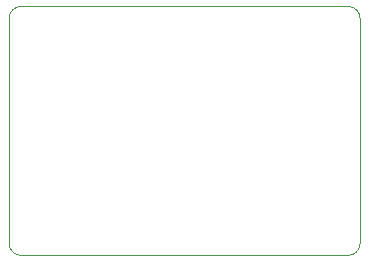
<source format=gbr>
%TF.GenerationSoftware,KiCad,Pcbnew,(5.1.9)-1*%
%TF.CreationDate,2021-04-24T14:26:43-04:00*%
%TF.ProjectId,esp_prog,6573705f-7072-46f6-972e-6b696361645f,rev?*%
%TF.SameCoordinates,Original*%
%TF.FileFunction,Profile,NP*%
%FSLAX46Y46*%
G04 Gerber Fmt 4.6, Leading zero omitted, Abs format (unit mm)*
G04 Created by KiCad (PCBNEW (5.1.9)-1) date 2021-04-24 14:26:43*
%MOMM*%
%LPD*%
G01*
G04 APERTURE LIST*
%TA.AperFunction,Profile*%
%ADD10C,0.050000*%
%TD*%
G04 APERTURE END LIST*
D10*
X148844000Y-77724000D02*
G75*
G02*
X149860000Y-78740000I0J-1016000D01*
G01*
X120142000Y-78740000D02*
G75*
G02*
X121158000Y-77724000I1016000J0D01*
G01*
X121158000Y-98806000D02*
G75*
G02*
X120142000Y-97790000I0J1016000D01*
G01*
X149860000Y-97790000D02*
G75*
G02*
X148844000Y-98806000I-1016000J0D01*
G01*
X149860000Y-78740000D02*
X149860000Y-97790000D01*
X121158000Y-77724000D02*
X148844000Y-77724000D01*
X120142000Y-78994000D02*
X120142000Y-78740000D01*
X120142000Y-97790000D02*
X120142000Y-78994000D01*
X148844000Y-98806000D02*
X121158000Y-98806000D01*
M02*

</source>
